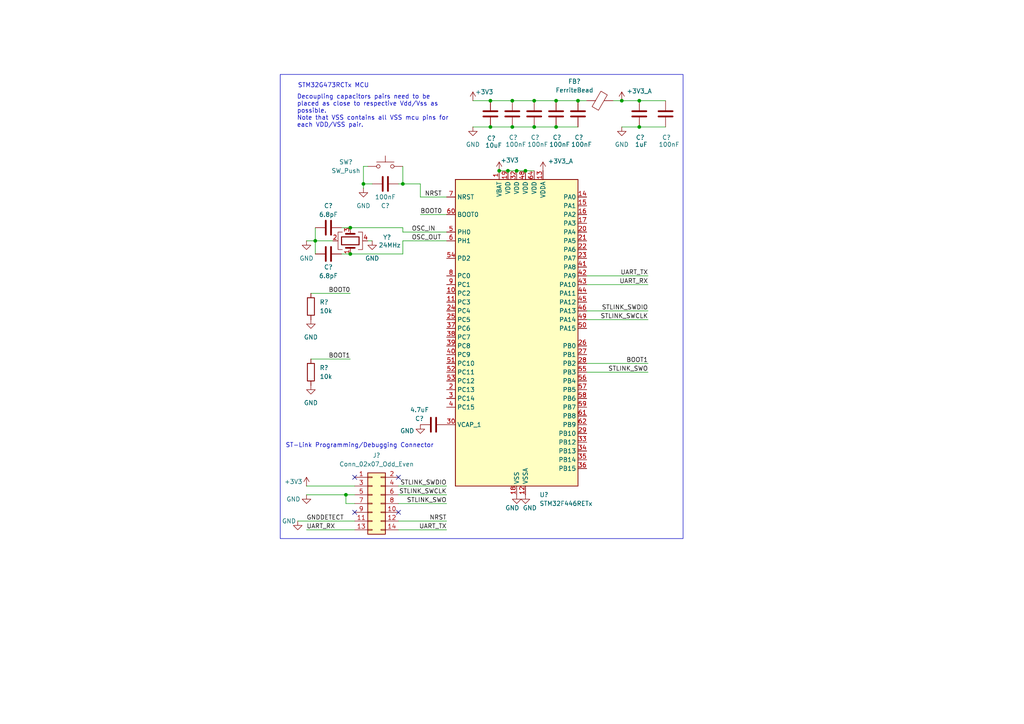
<source format=kicad_sch>
(kicad_sch (version 20250114) (generator "eeschema") (generator_version "9.0")
  (paper "A4")
  (lib_symbols
    (symbol "Connector_Generic:Conn_02x07_Odd_Even" (pin_names (offset 1.016) (hide yes))
      (property "Reference" "J" (at 1.27 10.16 0))
      (property "Value" "Conn_02x07_Odd_Even" (at 1.27 -10.16 0))
      (symbol "Conn_02x07_Odd_Even_1_1"
        (rectangle (start -1.27 8.89) (end 3.81 -8.89) (stroke (width 0.254)) (fill (type background)))
        (rectangle (start -1.27 7.747) (end 0 7.493) (stroke (width 0.1524)))
        (rectangle (start -1.27 5.207) (end 0 4.953) (stroke (width 0.1524)))
        (rectangle (start -1.27 2.667) (end 0 2.413) (stroke (width 0.1524)))
        (rectangle (start -1.27 0.127) (end 0 -0.127) (stroke (width 0.1524)))
        (rectangle (start -1.27 -2.413) (end 0 -2.667) (stroke (width 0.1524)))
        (rectangle (start -1.27 -4.953) (end 0 -5.207) (stroke (width 0.1524)))
        (rectangle (start -1.27 -7.493) (end 0 -7.747) (stroke (width 0.1524)))
        (rectangle (start 3.81 7.747) (end 2.54 7.493) (stroke (width 0.1524)))
        (rectangle (start 3.81 5.207) (end 2.54 4.953) (stroke (width 0.1524)))
        (rectangle (start 3.81 2.667) (end 2.54 2.413) (stroke (width 0.1524)))
        (rectangle (start 3.81 0.127) (end 2.54 -0.127) (stroke (width 0.1524)))
        (rectangle (start 3.81 -2.413) (end 2.54 -2.667) (stroke (width 0.1524)))
        (rectangle (start 3.81 -4.953) (end 2.54 -5.207) (stroke (width 0.1524)))
        (rectangle (start 3.81 -7.493) (end 2.54 -7.747) (stroke (width 0.1524)))
        (pin passive line (at -5.08 7.62 0) (length 3.81) (name "Pin_1") (number "1"))
        (pin passive line (at -5.08 5.08 0) (length 3.81) (name "Pin_3") (number "3"))
        (pin passive line (at -5.08 2.54 0) (length 3.81) (name "Pin_5") (number "5"))
        (pin passive line (at -5.08 0 0) (length 3.81) (name "Pin_7") (number "7"))
        (pin passive line (at -5.08 -2.54 0) (length 3.81) (name "Pin_9") (number "9"))
        (pin passive line (at -5.08 -5.08 0) (length 3.81) (name "Pin_11") (number "11"))
        (pin passive line (at -5.08 -7.62 0) (length 3.81) (name "Pin_13") (number "13"))
        (pin passive line (at 7.62 7.62 180) (length 3.81) (name "Pin_2") (number "2"))
        (pin passive line (at 7.62 5.08 180) (length 3.81) (name "Pin_4") (number "4"))
        (pin passive line (at 7.62 2.54 180) (length 3.81) (name "Pin_6") (number "6"))
        (pin passive line (at 7.62 0 180) (length 3.81) (name "Pin_8") (number "8"))
        (pin passive line (at 7.62 -2.54 180) (length 3.81) (name "Pin_10") (number "10"))
        (pin passive line (at 7.62 -5.08 180) (length 3.81) (name "Pin_12") (number "12"))
        (pin passive line (at 7.62 -7.62 180) (length 3.81) (name "Pin_14") (number "14"))
      )
    )
    (symbol "Device:C" (pin_numbers (hide yes)) (pin_names (offset 0.254))
      (property "Reference" "C" (at 0.635 2.54 0))
      (property "Value" "C" (at 0.635 -2.54 0))
      (symbol "C_0_1"
        (polyline (pts (xy -2.032 0.762) (xy 2.032 0.762)) (stroke (width 0.508)))
        (polyline (pts (xy -2.032 -0.762) (xy 2.032 -0.762)) (stroke (width 0.508)))
      )
      (symbol "C_1_1"
        (pin passive line (at 0 3.81 270) (length 2.794) (name "~") (number "1"))
        (pin passive line (at 0 -3.81 90) (length 2.794) (name "~") (number "2"))
      )
    )
    (symbol "Device:Crystal_GND24" (pin_names (offset 1.016) (hide yes))
      (property "Reference" "Y" (at 3.175 5.08 0))
      (property "Value" "Crystal_GND24" (at 3.175 3.175 0))
      (symbol "Crystal_GND24_0_1"
        (polyline (pts (xy -2.54 2.286) (xy -2.54 3.556) (xy 2.54 3.556) (xy 2.54 2.286)))
        (polyline (pts (xy -2.54 0) (xy -2.032 0)))
        (polyline (pts (xy -2.54 -2.286) (xy -2.54 -3.556) (xy 2.54 -3.556) (xy 2.54 -2.286)))
        (polyline (pts (xy -2.032 -1.27) (xy -2.032 1.27)) (stroke (width 0.508)))
        (rectangle (start -1.143 2.54) (end 1.143 -2.54) (stroke (width 0.3048)))
        (polyline (pts (xy 0 3.556) (xy 0 3.81)))
        (polyline (pts (xy 0 -3.81) (xy 0 -3.556)))
        (polyline (pts (xy 2.032 0) (xy 2.54 0)))
        (polyline (pts (xy 2.032 -1.27) (xy 2.032 1.27)) (stroke (width 0.508)))
      )
      (symbol "Crystal_GND24_1_1"
        (pin passive line (at -3.81 0 0) (length 1.27) (name "1") (number "1"))
        (pin passive line (at 0 5.08 270) (length 1.27) (name "2") (number "2"))
        (pin passive line (at 0 -5.08 90) (length 1.27) (name "4") (number "4"))
        (pin passive line (at 3.81 0 180) (length 1.27) (name "3") (number "3"))
      )
    )
    (symbol "Device:FerriteBead" (pin_numbers (hide yes)) (pin_names (offset 0))
      (property "Reference" "FB" (at -3.81 0.635 90))
      (property "Value" "FerriteBead" (at 3.81 0 90))
      (symbol "FerriteBead_0_1"
        (polyline (pts (xy -2.7686 0.4064) (xy -1.7018 2.2606) (xy 2.7686 -0.3048) (xy 1.6764 -2.159) (xy -2.7686 0.4064)))
        (polyline (pts (xy 0 1.27) (xy 0 1.2954)))
        (polyline (pts (xy 0 -1.27) (xy 0 -1.2192)))
      )
      (symbol "FerriteBead_1_1"
        (pin passive line (at 0 3.81 270) (length 2.54) (name "~") (number "1"))
        (pin passive line (at 0 -3.81 90) (length 2.54) (name "~") (number "2"))
      )
    )
    (symbol "Device:R" (pin_numbers (hide yes)) (pin_names (offset 0))
      (property "Reference" "R" (at 2.032 0 90))
      (property "Value" "R" (at 0 0 90))
      (symbol "R_0_1"
        (rectangle (start -1.016 -2.54) (end 1.016 2.54) (stroke (width 0.254)))
      )
      (symbol "R_1_1"
        (pin passive line (at 0 3.81 270) (length 1.27) (name "~") (number "1"))
        (pin passive line (at 0 -3.81 90) (length 1.27) (name "~") (number "2"))
      )
    )
    (symbol "MCU_ST_STM32F4:STM32F446RETx"
      (property "Reference" "U" (at -17.78 46.99 0))
      (property "Value" "STM32F446RETx" (at 10.16 46.99 0))
      (symbol "STM32F446RETx_0_1"
        (rectangle (start -17.78 -43.18) (end 17.78 45.72) (stroke (width 0.254)) (fill (type background)))
      )
      (symbol "STM32F446RETx_1_1"
        (pin input line (at -20.32 40.64 0) (length 2.54) (name "NRST") (number "7"))
        (pin input line (at -20.32 35.56 0) (length 2.54) (name "BOOT0") (number "60"))
        (pin bidirectional line (at -20.32 30.48 0) (length 2.54) (name "PH0") (number "5"))
        (pin bidirectional line (at -20.32 27.94 0) (length 2.54) (name "PH1") (number "6"))
        (pin bidirectional line (at -20.32 22.86 0) (length 2.54) (name "PD2") (number "54"))
        (pin bidirectional line (at -20.32 17.78 0) (length 2.54) (name "PC0") (number "8"))
        (pin bidirectional line (at -20.32 15.24 0) (length 2.54) (name "PC1") (number "9"))
        (pin bidirectional line (at -20.32 12.7 0) (length 2.54) (name "PC2") (number "10"))
        (pin bidirectional line (at -20.32 10.16 0) (length 2.54) (name "PC3") (number "11"))
        (pin bidirectional line (at -20.32 7.62 0) (length 2.54) (name "PC4") (number "24"))
        (pin bidirectional line (at -20.32 5.08 0) (length 2.54) (name "PC5") (number "25"))
        (pin bidirectional line (at -20.32 2.54 0) (length 2.54) (name "PC6") (number "37"))
        (pin bidirectional line (at -20.32 0 0) (length 2.54) (name "PC7") (number "38"))
        (pin bidirectional line (at -20.32 -2.54 0) (length 2.54) (name "PC8") (number "39"))
        (pin bidirectional line (at -20.32 -5.08 0) (length 2.54) (name "PC9") (number "40"))
        (pin bidirectional line (at -20.32 -7.62 0) (length 2.54) (name "PC10") (number "51"))
        (pin bidirectional line (at -20.32 -10.16 0) (length 2.54) (name "PC11") (number "52"))
        (pin bidirectional line (at -20.32 -12.7 0) (length 2.54) (name "PC12") (number "53"))
        (pin bidirectional line (at -20.32 -15.24 0) (length 2.54) (name "PC13") (number "2"))
        (pin bidirectional line (at -20.32 -17.78 0) (length 2.54) (name "PC14") (number "3"))
        (pin bidirectional line (at -20.32 -20.32 0) (length 2.54) (name "PC15") (number "4"))
        (pin power_out line (at -20.32 -25.4 0) (length 2.54) (name "VCAP_1") (number "30"))
        (pin power_in line (at -5.08 48.26 270) (length 2.54) (name "VBAT") (number "1"))
        (pin power_in line (at -2.54 48.26 270) (length 2.54) (name "VDD") (number "19"))
        (pin power_in line (at 0 48.26 270) (length 2.54) (name "VDD") (number "32"))
        (pin power_in line (at 0 -45.72 90) (length 2.54) (name "VSS") (number "18"))
        (pin passive line (at 0 -45.72 90) (length 2.54) (hide yes) (name "VSS") (number "31"))
        (pin passive line (at 0 -45.72 90) (length 2.54) (hide yes) (name "VSS") (number "47"))
        (pin passive line (at 0 -45.72 90) (length 2.54) (hide yes) (name "VSS") (number "63"))
        (pin power_in line (at 2.54 48.26 270) (length 2.54) (name "VDD") (number "48"))
        (pin power_in line (at 2.54 -45.72 90) (length 2.54) (name "VSSA") (number "12"))
        (pin power_in line (at 5.08 48.26 270) (length 2.54) (name "VDD") (number "64"))
        (pin power_in line (at 7.62 48.26 270) (length 2.54) (name "VDDA") (number "13"))
        (pin bidirectional line (at 20.32 40.64 180) (length 2.54) (name "PA0") (number "14"))
        (pin bidirectional line (at 20.32 38.1 180) (length 2.54) (name "PA1") (number "15"))
        (pin bidirectional line (at 20.32 35.56 180) (length 2.54) (name "PA2") (number "16"))
        (pin bidirectional line (at 20.32 33.02 180) (length 2.54) (name "PA3") (number "17"))
        (pin bidirectional line (at 20.32 30.48 180) (length 2.54) (name "PA4") (number "20"))
        (pin bidirectional line (at 20.32 27.94 180) (length 2.54) (name "PA5") (number "21"))
        (pin bidirectional line (at 20.32 25.4 180) (length 2.54) (name "PA6") (number "22"))
        (pin bidirectional line (at 20.32 22.86 180) (length 2.54) (name "PA7") (number "23"))
        (pin bidirectional line (at 20.32 20.32 180) (length 2.54) (name "PA8") (number "41"))
        (pin bidirectional line (at 20.32 17.78 180) (length 2.54) (name "PA9") (number "42"))
        (pin bidirectional line (at 20.32 15.24 180) (length 2.54) (name "PA10") (number "43"))
        (pin bidirectional line (at 20.32 12.7 180) (length 2.54) (name "PA11") (number "44"))
        (pin bidirectional line (at 20.32 10.16 180) (length 2.54) (name "PA12") (number "45"))
        (pin bidirectional line (at 20.32 7.62 180) (length 2.54) (name "PA13") (number "46"))
        (pin bidirectional line (at 20.32 5.08 180) (length 2.54) (name "PA14") (number "49"))
        (pin bidirectional line (at 20.32 2.54 180) (length 2.54) (name "PA15") (number "50"))
        (pin bidirectional line (at 20.32 -2.54 180) (length 2.54) (name "PB0") (number "26"))
        (pin bidirectional line (at 20.32 -5.08 180) (length 2.54) (name "PB1") (number "27"))
        (pin bidirectional line (at 20.32 -7.62 180) (length 2.54) (name "PB2") (number "28"))
        (pin bidirectional line (at 20.32 -10.16 180) (length 2.54) (name "PB3") (number "55"))
        (pin bidirectional line (at 20.32 -12.7 180) (length 2.54) (name "PB4") (number "56"))
        (pin bidirectional line (at 20.32 -15.24 180) (length 2.54) (name "PB5") (number "57"))
        (pin bidirectional line (at 20.32 -17.78 180) (length 2.54) (name "PB6") (number "58"))
        (pin bidirectional line (at 20.32 -20.32 180) (length 2.54) (name "PB7") (number "59"))
        (pin bidirectional line (at 20.32 -22.86 180) (length 2.54) (name "PB8") (number "61"))
        (pin bidirectional line (at 20.32 -25.4 180) (length 2.54) (name "PB9") (number "62"))
        (pin bidirectional line (at 20.32 -27.94 180) (length 2.54) (name "PB10") (number "29"))
        (pin bidirectional line (at 20.32 -30.48 180) (length 2.54) (name "PB12") (number "33"))
        (pin bidirectional line (at 20.32 -33.02 180) (length 2.54) (name "PB13") (number "34"))
        (pin bidirectional line (at 20.32 -35.56 180) (length 2.54) (name "PB14") (number "35"))
        (pin bidirectional line (at 20.32 -38.1 180) (length 2.54) (name "PB15") (number "36"))
      )
    )
    (symbol "Switch:SW_Push" (pin_numbers (hide yes)) (pin_names (offset 1.016) (hide yes))
      (property "Reference" "SW" (at 1.27 2.54 0))
      (property "Value" "SW_Push" (at 0 -1.524 0))
      (symbol "SW_Push_0_1"
        (circle (center -2.032 0) (radius 0.508))
        (polyline (pts (xy 0 1.27) (xy 0 3.048)))
        (circle (center 2.032 0) (radius 0.508))
        (polyline (pts (xy 2.54 1.27) (xy -2.54 1.27)))
        (pin passive line (at -5.08 0 0) (length 2.54) (name "1") (number "1"))
        (pin passive line (at 5.08 0 180) (length 2.54) (name "2") (number "2"))
      )
    )
    (symbol "power:+3V3" (power) (pin_numbers (hide yes)) (pin_names (offset 0) (hide yes))
      (property "Value" "+3V3" (at 0 3.556 0))
      (symbol "+3V3_0_1"
        (polyline (pts (xy -0.762 1.27) (xy 0 2.54)))
        (polyline (pts (xy 0 2.54) (xy 0.762 1.27)))
        (polyline (pts (xy 0 0) (xy 0 2.54)))
      )
      (symbol "+3V3_1_1"
        (pin power_in line (at 0 0 90) (length 0) (name "~") (number "1"))
      )
    )
    (symbol "power:GND" (power) (pin_numbers (hide yes)) (pin_names (offset 0) (hide yes))
      (property "Value" "GND" (at 0 -3.81 0))
      (symbol "GND_0_1"
        (polyline (pts (xy 0 0) (xy 0 -1.27) (xy 1.27 -1.27) (xy 0 -2.54) (xy -1.27 -1.27) (xy 0 -1.27)))
      )
      (symbol "GND_1_1"
        (pin power_in line (at 0 0 270) (length 0) (name "~") (number "1"))
      )
    )
  )
  (rectangle (start 81.28 21.59) (end 198.12 156.21))
  (text "STM32G473RCTx MCU" (at 86.36 24.13 0) (effects (font (size 1.27 1.27)) (justify left top)))
  (text "Decoupling capacitors pairs need to be\nplaced as close to respective Vdd/Vss as\npossible. \nNote that VSS contains all VSS mcu pins for\neach VDD/VSS pair." (at 86.106 32.258 0) (effects (font (size 1.27 1.27)) (justify left)))
  (text "ST-Link Programming/Debugging Connector\n" (at 82.804 128.524 0) (effects (font (size 1.27 1.27)) (justify left top)))
  (junction (at 180.34 29.21))
  (junction (at 161.29 29.21))
  (junction (at 148.59 29.21))
  (junction (at 152.4 49.53))
  (junction (at 148.59 36.83))
  (junction (at 142.24 36.83))
  (junction (at 149.86 49.53))
  (junction (at 101.6 66.04))
  (junction (at 101.6 73.66))
  (junction (at 154.94 36.83))
  (junction (at 144.78 49.53))
  (junction (at 161.29 36.83))
  (junction (at 154.94 29.21))
  (junction (at 142.24 29.21))
  (junction (at 91.44 69.85))
  (junction (at 116.84 53.34))
  (junction (at 185.42 29.21))
  (junction (at 105.41 53.34))
  (junction (at 185.42 36.83))
  (junction (at 100.33 143.51))
  (junction (at 167.64 29.21))
  (junction (at 147.32 49.53))
  (no_connect (at 115.57 138.43))
  (no_connect (at 115.57 148.59))
  (no_connect (at 102.87 138.43))
  (no_connect (at 102.87 148.59))
  (wire (pts (xy 137.16 29.21) (xy 142.24 29.21)))
  (wire (pts (xy 170.18 29.21) (xy 167.64 29.21)))
  (wire (pts (xy 90.17 85.09) (xy 101.6 85.09)))
  (wire (pts (xy 116.84 48.26) (xy 116.84 53.34)))
  (wire (pts (xy 147.32 49.53) (xy 149.86 49.53)))
  (wire (pts (xy 99.06 73.66) (xy 101.6 73.66)))
  (wire (pts (xy 129.54 143.51) (xy 115.57 143.51)))
  (wire (pts (xy 116.84 69.85) (xy 129.54 69.85)))
  (wire (pts (xy 142.24 36.83) (xy 148.59 36.83)))
  (wire (pts (xy 115.57 53.34) (xy 116.84 53.34)))
  (wire (pts (xy 177.8 29.21) (xy 180.34 29.21)))
  (wire (pts (xy 185.42 29.21) (xy 193.04 29.21)))
  (wire (pts (xy 170.18 90.17) (xy 187.96 90.17)))
  (wire (pts (xy 115.57 140.97) (xy 129.54 140.97)))
  (wire (pts (xy 101.6 66.04) (xy 116.84 66.04)))
  (wire (pts (xy 144.78 49.53) (xy 147.32 49.53)))
  (wire (pts (xy 170.18 80.01) (xy 187.96 80.01)))
  (wire (pts (xy 106.68 69.85) (xy 107.95 69.85)))
  (wire (pts (xy 121.92 62.23) (xy 129.54 62.23)))
  (wire (pts (xy 170.18 105.41) (xy 187.96 105.41)))
  (wire (pts (xy 91.44 69.85) (xy 96.52 69.85)))
  (wire (pts (xy 137.16 36.83) (xy 142.24 36.83)))
  (wire (pts (xy 121.92 57.15) (xy 121.92 53.34)))
  (wire (pts (xy 142.24 29.21) (xy 148.59 29.21)))
  (wire (pts (xy 105.41 54.61) (xy 105.41 53.34)))
  (wire (pts (xy 105.41 48.26) (xy 105.41 53.34)))
  (wire (pts (xy 154.94 36.83) (xy 161.29 36.83)))
  (wire (pts (xy 170.18 107.95) (xy 187.96 107.95)))
  (wire (pts (xy 102.87 153.67) (xy 88.9 153.67)))
  (wire (pts (xy 105.41 53.34) (xy 107.95 53.34)))
  (wire (pts (xy 161.29 36.83) (xy 167.64 36.83)))
  (wire (pts (xy 115.57 146.05) (xy 129.54 146.05)))
  (wire (pts (xy 121.92 57.15) (xy 129.54 57.15)))
  (wire (pts (xy 116.84 66.04) (xy 116.84 67.31)))
  (wire (pts (xy 99.06 66.04) (xy 101.6 66.04)))
  (wire (pts (xy 170.18 92.71) (xy 187.96 92.71)))
  (wire (pts (xy 180.34 29.21) (xy 185.42 29.21)))
  (wire (pts (xy 148.59 36.83) (xy 154.94 36.83)))
  (wire (pts (xy 115.57 153.67) (xy 129.54 153.67)))
  (wire (pts (xy 185.42 36.83) (xy 193.04 36.83)))
  (wire (pts (xy 100.33 143.51) (xy 102.87 143.51)))
  (wire (pts (xy 101.6 73.66) (xy 116.84 73.66)))
  (wire (pts (xy 154.94 29.21) (xy 161.29 29.21)))
  (wire (pts (xy 86.36 151.13) (xy 102.87 151.13)))
  (wire (pts (xy 115.57 151.13) (xy 129.54 151.13)))
  (wire (pts (xy 88.9 69.85) (xy 91.44 69.85)))
  (wire (pts (xy 148.59 29.21) (xy 154.94 29.21)))
  (wire (pts (xy 105.41 48.26) (xy 106.68 48.26)))
  (wire (pts (xy 91.44 66.04) (xy 91.44 69.85)))
  (wire (pts (xy 88.9 140.97) (xy 102.87 140.97)))
  (wire (pts (xy 91.44 69.85) (xy 91.44 73.66)))
  (wire (pts (xy 100.33 146.05) (xy 100.33 143.51)))
  (wire (pts (xy 116.84 67.31) (xy 129.54 67.31)))
  (wire (pts (xy 116.84 73.66) (xy 116.84 69.85)))
  (wire (pts (xy 88.9 143.51) (xy 100.33 143.51)))
  (wire (pts (xy 121.92 53.34) (xy 116.84 53.34)))
  (wire (pts (xy 102.87 146.05) (xy 100.33 146.05)))
  (wire (pts (xy 152.4 49.53) (xy 154.94 49.53)))
  (wire (pts (xy 170.18 82.55) (xy 187.96 82.55)))
  (wire (pts (xy 180.34 36.83) (xy 185.42 36.83)))
  (wire (pts (xy 90.17 104.14) (xy 101.6 104.14)))
  (wire (pts (xy 161.29 29.21) (xy 167.64 29.21)))
  (wire (pts (xy 149.86 49.53) (xy 152.4 49.53)))
  (label "OSC_IN" (at 119.38 67.31 0))
  (label "BOOT1" (at 101.6 104.14 180))
  (label "NRST" (at 129.54 151.13 180))
  (label "BOOT0" (at 121.92 62.23 0))
  (label "UART_TX" (at 187.96 80.01 180))
  (label "BOOT0" (at 101.6 85.09 180))
  (label "STLINK_SWDIO" (at 129.54 140.97 180))
  (label "UART_RX" (at 88.9 153.67 0))
  (label "NRST" (at 123.19 57.15 0))
  (label "BOOT1" (at 187.96 105.41 180))
  (label "OSC_OUT" (at 119.38 69.85 0))
  (label "GNDDETECT" (at 88.9 151.13 0))
  (label "STLINK_SWO" (at 129.54 146.05 180))
  (label "UART_RX" (at 187.96 82.55 180))
  (label "STLINK_SWDIO" (at 187.96 90.17 180))
  (label "STLINK_SWO" (at 187.96 107.95 180))
  (label "STLINK_SWCLK" (at 129.54 143.51 180))
  (label "UART_TX" (at 129.54 153.67 180))
  (label "STLINK_SWCLK" (at 187.96 92.71 180))
  (symbol (lib_id "power:GND") (at 105.41 54.61 0) (unit 1)
    (property "Reference" "#PWR?" (effects (hide yes)))
    (property "Value" "GND" (at 105.41 59.69 0))
    (property "Description" "Power symbol creates a global label with name \"GND\" , ground" (effects (hide yes)))
  )
  (symbol (lib_id "Device:C") (at 142.24 33.02 0) (mirror x) (unit 1)
    (property "Reference" "C?" (at 141.224 40.132 0) (effects (justify left)))
    (property "Value" "10uF" (at 140.716 42.164 0) (effects (justify left)))
    (property "Footprint" "Capacitor_SMD:C_0805_2012Metric_Pad1.18x1.45mm_HandSolder" (effects (hide yes)))
    (property "Datasheet" "https://mm.digikey.com/Volume0/opasdata/d220001/medias/docus/658/CL21A106KOQNNNG_Spec.pdf" (effects (hide yes)))
    (property "Description" "Unpolarized capacitor" (effects (hide yes)))
    (property "Digi PN" "1276-6455-1-ND" (effects (hide yes)))
    (property "MFG" "Samsung Electro-Mechanics" (effects (hide yes)))
    (property "MFG PN" "CL21A106KOQNNNG" (effects (hide yes)))
  )
  (symbol (lib_id "power:GND") (at 137.16 36.83 0) (unit 1)
    (property "Reference" "#PWR?" (effects (hide yes)))
    (property "Value" "GND" (at 137.16 41.91 0))
    (property "Description" "Power symbol creates a global label with name \"GND\" , ground" (effects (hide yes)))
  )
  (symbol (lib_id "Device:Crystal_GND24") (at 101.6 69.85 90) (unit 1)
    (property "Reference" "Y?" (at 112.268 68.834 90))
    (property "Value" "24MHz" (at 113.03 71.12 90))
    (property "Footprint" "Crystal:Crystal_SMD_2016-4Pin_2.0x1.6mm" (effects (hide yes)))
    (property "Datasheet" "https://ecsxtal.com/store/pdf/ECX-1637B.pdf" (effects (hide yes)))
    (property "Description" "Four pin crystal, GND on pins 2 and 4" (effects (hide yes)))
    (property "Digi PN" "XC3063CT-ND" (effects (hide yes)))
    (property "MFG" "ECS" (effects (hide yes)))
    (property "MFG PN" "ECS-240-8-37B-CKY-TR" (effects (hide yes)))
  )
  (symbol (lib_id "Device:C") (at 167.64 33.02 0) (unit 1)
    (property "Reference" "C?" (at 166.624 39.878 0) (effects (justify left)))
    (property "Value" "100nF" (at 165.608 41.91 0) (effects (justify left)))
    (property "Footprint" "Capacitor_SMD:C_0805_2012Metric_Pad1.18x1.45mm_HandSolder" (effects (hide yes)))
    (property "Datasheet" "https://www.yageo.com/upload/media/product/productsearch/datasheet/mlcc/UPY-GPHC_X7R_6.3V-to-250V_24.pdf" (effects (hide yes)))
    (property "Description" "Unpolarized capacitor" (effects (hide yes)))
    (property "Digi PN" "311-1140-1-ND" (effects (hide yes)))
    (property "MFG" "Yageo" (effects (hide yes)))
    (property "MFG PN" "CC0805KRX7R9BB104" (effects (hide yes)))
  )
  (symbol (lib_id "power:+3V3") (at 88.9 140.97 0) (unit 1)
    (property "Reference" "#PWR?" (effects (hide yes)))
    (property "Value" "+3V3" (at 85.09 139.7 0))
    (property "Description" "Power symbol creates a global label with name \"+3V3\"" (effects (hide yes)))
  )
  (symbol (lib_id "MCU_ST_STM32F4:STM32F446RETx") (at 149.86 97.79 0) (unit 1)
    (property "Reference" "U?" (at 156.464 143.51 0) (effects (justify left)))
    (property "Value" "STM32F446RETx" (at 156.464 146.05 0) (effects (justify left)))
    (property "Footprint" "Package_QFP:LQFP-64_10x10mm_P0.5mm" (effects (hide yes)))
    (property "Datasheet" "https://www.st.com/resource/en/datasheet/stm32f446re.pdf" (effects (hide yes)))
    (property "Description" "STMicroelectronics Arm Cortex-M4 MCU, 512KB flash, 128KB RAM, 180 MHz, 1.8-3.6V, 50 GPIO, LQFP64" (effects (hide yes)))
    (property "Digi PN" "497-15376-ND" (effects (hide yes)))
    (property "MFG" "STM" (effects (hide yes)))
    (property "MFG PN" "STM32F446RET6" (effects (hide yes)))
  )
  (symbol (lib_id "power:GND") (at 121.92 123.19 0) (unit 1)
    (property "Reference" "#PWR?" (effects (hide yes)))
    (property "Value" "GND" (at 118.11 124.968 0))
    (property "Description" "Power symbol creates a global label with name \"GND\" , ground" (effects (hide yes)))
  )
  (symbol (lib_id "power:GND") (at 88.9 143.51 0) (unit 1)
    (property "Reference" "#PWR?" (effects (hide yes)))
    (property "Value" "GND" (at 85.09 144.78 0))
    (property "Description" "Power symbol creates a global label with name \"GND\" , ground" (effects (hide yes)))
  )
  (symbol (lib_id "power:+3V3") (at 180.34 29.21 0) (unit 1)
    (property "Reference" "#PWR?" (effects (hide yes)))
    (property "Value" "+3V3_A" (at 185.42 26.416 0))
    (property "Description" "Power symbol creates a global label with name \"+3V3_A\"" (effects (hide yes)))
  )
  (symbol (lib_id "Device:C") (at 125.73 123.19 90) (mirror x) (unit 1)
    (property "Reference" "C?" (at 121.666 121.412 90))
    (property "Value" "4.7uF" (at 121.666 118.872 90))
    (property "Footprint" "Capacitor_SMD:C_0805_2012Metric_Pad1.18x1.45mm_HandSolder" (effects (hide yes)))
    (property "Datasheet" "https://mm.digikey.com/Volume0/opasdata/d220001/medias/docus/5727/CL21A475KBQNNNE.pdf" (effects (hide yes)))
    (property "Description" "Unpolarized capacitor" (effects (hide yes)))
    (property "Digi PN" "1276-1248-1-ND" (effects (hide yes)))
    (property "MFG" "Samsung Electro-Mechanics" (effects (hide yes)))
    (property "MFG PN" "CL21A475KBQNNNE" (effects (hide yes)))
  )
  (symbol (lib_id "power:+3V3") (at 137.16 29.21 0) (unit 1)
    (property "Reference" "#PWR?" (effects (hide yes)))
    (property "Value" "+3V3" (at 140.462 26.67 0))
    (property "Description" "Power symbol creates a global label with name \"+3V3\"" (effects (hide yes)))
  )
  (symbol (lib_id "Connector_Generic:Conn_02x07_Odd_Even") (at 107.95 146.05 0) (unit 1)
    (property "Reference" "J?" (at 109.22 132.08 0))
    (property "Value" "Conn_02x07_Odd_Even" (at 109.22 134.62 0))
    (property "Footprint" "Connector_PinHeader_1.27mm:PinHeader_2x07_P1.27mm_Vertical_SMD" (effects (hide yes)))
    (property "Datasheet" "https://mm.digikey.com/Volume0/opasdata/d220001/medias/docus/6209/ftsh-1xx-xx-xxx-dv-xxx-xxx-x-xx-mkt.pdf" (effects (hide yes)))
    (property "Description" "Generic connector, double row, 02x07, odd/even pin numbering scheme (row 1 odd numbers, row 2 even numbers), script generated (kicad-library-utils/schlib/autogen/connector/)" (effects (hide yes)))
    (property "MFG PN" "FTSH-107-01-F-DV-K-P-TR" (effects (hide yes)))
    (property "Digi PN" "SAM13170CT-ND" (effects (hide yes)))
  )
  (symbol (lib_id "Device:C") (at 161.29 33.02 0) (unit 1)
    (property "Reference" "C?" (at 160.274 39.878 0) (effects (justify left)))
    (property "Value" "100nF" (at 159.258 41.91 0) (effects (justify left)))
    (property "Footprint" "Capacitor_SMD:C_0805_2012Metric_Pad1.18x1.45mm_HandSolder" (effects (hide yes)))
    (property "Datasheet" "https://www.yageo.com/upload/media/product/productsearch/datasheet/mlcc/UPY-GPHC_X7R_6.3V-to-250V_24.pdf" (effects (hide yes)))
    (property "Description" "Unpolarized capacitor" (effects (hide yes)))
    (property "Digi PN" "311-1140-1-ND" (effects (hide yes)))
    (property "MFG" "Yageo" (effects (hide yes)))
    (property "MFG PN" "CC0805KRX7R9BB104" (effects (hide yes)))
  )
  (symbol (lib_id "Device:C") (at 154.94 33.02 0) (unit 1)
    (property "Reference" "C?" (at 153.924 39.878 0) (effects (justify left)))
    (property "Value" "100nF" (at 152.908 41.91 0) (effects (justify left)))
    (property "Footprint" "Capacitor_SMD:C_0805_2012Metric_Pad1.18x1.45mm_HandSolder" (effects (hide yes)))
    (property "Datasheet" "https://www.yageo.com/upload/media/product/productsearch/datasheet/mlcc/UPY-GPHC_X7R_6.3V-to-250V_24.pdf" (effects (hide yes)))
    (property "Description" "Unpolarized capacitor" (effects (hide yes)))
    (property "Digi PN" "311-1140-1-ND" (effects (hide yes)))
    (property "MFG" "Yageo" (effects (hide yes)))
    (property "MFG PN" "CC0805KRX7R9BB104" (effects (hide yes)))
  )
  (symbol (lib_id "Device:C") (at 185.42 33.02 0) (unit 1)
    (property "Reference" "C?" (at 184.404 39.878 0) (effects (justify left)))
    (property "Value" "1uF" (at 184.15 41.91 0) (effects (justify left)))
    (property "Footprint" "Capacitor_SMD:C_0805_2012Metric_Pad1.18x1.45mm_HandSolder" (effects (hide yes)))
    (property "Datasheet" "https://mm.digikey.com/Volume0/opasdata/d220001/medias/docus/609/CL21B105KBFNNNE_Spec.pdf" (effects (hide yes)))
    (property "Description" "Unpolarized capacitor" (effects (hide yes)))
    (property "Digi PN" "1276-1029-1-ND" (effects (hide yes)))
    (property "MFG" "Samsung Electro-Mechanics" (effects (hide yes)))
    (property "MFG PN" "CL21B105KBFNNNE" (effects (hide yes)))
  )
  (symbol (lib_id "Device:C") (at 193.04 33.02 0) (unit 1)
    (property "Reference" "C?" (at 192.024 39.878 0) (effects (justify left)))
    (property "Value" "100nF" (at 191.008 41.91 0) (effects (justify left)))
    (property "Footprint" "Capacitor_SMD:C_0805_2012Metric_Pad1.18x1.45mm_HandSolder" (effects (hide yes)))
    (property "Datasheet" "https://www.yageo.com/upload/media/product/productsearch/datasheet/mlcc/UPY-GPHC_X7R_6.3V-to-250V_24.pdf" (effects (hide yes)))
    (property "Description" "Unpolarized capacitor" (effects (hide yes)))
    (property "Digi PN" "311-1140-1-ND" (effects (hide yes)))
    (property "MFG" "Yageo" (effects (hide yes)))
    (property "MFG PN" "CC0805KRX7R9BB104" (effects (hide yes)))
  )
  (symbol (lib_id "power:GND") (at 152.4 143.51 0) (unit 1)
    (property "Reference" "#PWR?" (effects (hide yes)))
    (property "Value" "GND" (at 153.67 147.32 0))
    (property "Description" "Power symbol creates a global label with name \"GND\" , ground" (effects (hide yes)))
  )
  (symbol (lib_id "power:GND") (at 149.86 143.51 0) (unit 1)
    (property "Reference" "#PWR?" (effects (hide yes)))
    (property "Value" "GND" (at 148.59 147.32 0))
    (property "Description" "Power symbol creates a global label with name \"GND\" , ground" (effects (hide yes)))
  )
  (symbol (lib_id "Device:C") (at 95.25 73.66 270) (unit 1)
    (property "Reference" "C?" (at 95.25 77.47 90))
    (property "Value" "6.8pF" (at 95.25 80.01 90))
    (property "Footprint" "Capacitor_SMD:C_0805_2012Metric_Pad1.18x1.45mm_HandSolder" (effects (hide yes)))
    (property "Datasheet" "https://www.yageo.com/en/Chart/Download/pdf/CC0805DRNPO9BN6R8" (effects (hide yes)))
    (property "Description" "Unpolarized capacitor" (effects (hide yes)))
    (property "Digi PN" "311-4155-1-ND" (effects (hide yes)))
    (property "MFG" "Yageo" (effects (hide yes)))
    (property "MFG PN" "CC0805DRNPO9BN6R8" (effects (hide yes)))
  )
  (symbol (lib_id "Device:C") (at 111.76 53.34 90) (mirror x) (unit 1)
    (property "Reference" "C?" (at 111.76 59.69 90))
    (property "Value" "100nF" (at 111.76 57.15 90))
    (property "Footprint" "Capacitor_SMD:C_0805_2012Metric_Pad1.18x1.45mm_HandSolder" (effects (hide yes)))
    (property "Datasheet" "https://www.yageo.com/upload/media/product/productsearch/datasheet/mlcc/UPY-GPHC_X7R_6.3V-to-250V_24.pdf" (effects (hide yes)))
    (property "Description" "Unpolarized capacitor" (effects (hide yes)))
    (property "Digi PN" "311-1140-1-ND" (effects (hide yes)))
    (property "MFG" "Yageo" (effects (hide yes)))
    (property "MFG PN" "CC0805KRX7R9BB104" (effects (hide yes)))
  )
  (symbol (lib_id "Device:C") (at 95.25 66.04 270) (unit 1)
    (property "Reference" "C?" (at 95.25 59.69 90))
    (property "Value" "6.8pF" (at 95.25 62.23 90))
    (property "Footprint" "Capacitor_SMD:C_0805_2012Metric_Pad1.18x1.45mm_HandSolder" (effects (hide yes)))
    (property "Datasheet" "https://www.yageo.com/en/Chart/Download/pdf/CC0805DRNPO9BN6R8" (effects (hide yes)))
    (property "Description" "Unpolarized capacitor" (effects (hide yes)))
    (property "Digi PN" "311-4155-1-ND" (effects (hide yes)))
    (property "MFG" "Yageo" (effects (hide yes)))
    (property "MFG PN" "CC0805DRNPO9BN6R8" (effects (hide yes)))
  )
  (symbol (lib_id "power:GND") (at 180.34 36.83 0) (unit 1)
    (property "Reference" "#PWR?" (effects (hide yes)))
    (property "Value" "GND" (at 180.34 41.91 0))
    (property "Description" "Power symbol creates a global label with name \"GND\" , ground" (effects (hide yes)))
  )
  (symbol (lib_id "power:GND") (at 88.9 69.85 0) (unit 1)
    (property "Reference" "#PWR?" (effects (hide yes)))
    (property "Value" "GND" (at 88.9 74.93 0))
    (property "Description" "Power symbol creates a global label with name \"GND\" , ground" (effects (hide yes)))
  )
  (symbol (lib_id "Device:FerriteBead") (at 173.99 29.21 90) (unit 1)
    (property "Reference" "FB?" (at 166.624 23.622 90))
    (property "Value" "FerriteBead" (at 166.624 26.162 90))
    (property "Footprint" "Inductor_SMD:L_0201_0603Metric_Pad0.64x0.40mm_HandSolder" (effects (hide yes)))
    (property "Datasheet" "https://mm.digikey.com/Volume0/opasdata/d220001/medias/docus/6383/FCM%20Series.pdf" (effects (hide yes)))
    (property "Description" "Ferrite bead" (effects (hide yes)))
    (property "Digi PN" "4816-FCM1608KF-601T03CT-ND" (effects (hide yes)))
    (property "MFG" "TAI-TECH Advanced Electronics Co., Ltd." (effects (hide yes)))
    (property "MFG PN" "FCM 1608KF-601T03" (effects (hide yes)))
  )
  (symbol (lib_id "power:+3V3") (at 157.48 49.53 0) (unit 1)
    (property "Reference" "#PWR?" (effects (hide yes)))
    (property "Value" "+3V3_A" (at 162.56 46.736 0))
    (property "Description" "Power symbol creates a global label with name \"+3V3_A\"" (effects (hide yes)))
  )
  (symbol (lib_id "power:+3V3") (at 144.78 49.53 0) (unit 1)
    (property "Reference" "#PWR?" (effects (hide yes)))
    (property "Value" "+3V3" (at 147.828 46.482 0))
    (property "Description" "Power symbol creates a global label with name \"+3V3\"" (effects (hide yes)))
  )
  (symbol (lib_id "Device:C") (at 148.59 33.02 0) (unit 1)
    (property "Reference" "C?" (at 147.574 39.878 0) (effects (justify left)))
    (property "Value" "100nF" (at 146.558 41.91 0) (effects (justify left)))
    (property "Footprint" "Capacitor_SMD:C_0805_2012Metric_Pad1.18x1.45mm_HandSolder" (effects (hide yes)))
    (property "Datasheet" "https://www.yageo.com/upload/media/product/productsearch/datasheet/mlcc/UPY-GPHC_X7R_6.3V-to-250V_24.pdf" (effects (hide yes)))
    (property "Description" "Unpolarized capacitor" (effects (hide yes)))
    (property "Digi PN" "311-1140-1-ND" (effects (hide yes)))
    (property "MFG" "Yageo" (effects (hide yes)))
    (property "MFG PN" "CC0805KRX7R9BB104" (effects (hide yes)))
  )
  (symbol (lib_id "power:GND") (at 107.95 69.85 0) (unit 1)
    (property "Reference" "#PWR?" (effects (hide yes)))
    (property "Value" "GND" (at 107.95 74.93 0))
    (property "Description" "Power symbol creates a global label with name \"GND\" , ground" (effects (hide yes)))
  )
  (symbol (lib_id "Switch:SW_Push") (at 111.76 48.26 0) (unit 1)
    (property "Reference" "SW?" (at 100.33 46.99 0))
    (property "Value" "SW_Push" (at 100.33 49.53 0))
    (property "Footprint" "Button_Switch_SMD:SW_SPST_PTS647_Sx38" (effects (hide yes)))
    (property "Datasheet" "https://www.ckswitches.com/media/2567/pts647.pdf" (effects (hide yes)))
    (property "Description" "Push button switch, generic, two pins" (effects (hide yes)))
    (property "Digi PN" "PTS647SK38SMTR2LFSCT-ND" (effects (hide yes)))
    (property "MFG" "C&K" (effects (hide yes)))
    (property "MFG PN" "PTS647SK38SMTR2 LFS" (effects (hide yes)))
  )
  (symbol (lib_id "Device:R") (at 90.17 107.95 0) (unit 1)
    (property "Reference" "R?" (at 92.71 106.6799 0) (effects (justify left)))
    (property "Value" "10k" (at 92.71 109.2199 0) (effects (justify left)))
    (property "Footprint" "Resistor_SMD:R_0805_2012Metric_Pad1.20x1.40mm_HandSolder" (effects (hide yes)))
    (property "Datasheet" "https://www.yageo.com/upload/media/product/productsearch/datasheet/rchip/PYu-AC_51_RoHS_L_11.pdf" (effects (hide yes)))
    (property "Description" "Resistor" (effects (hide yes)))
    (property "Digi PN" "311-10KLGCT-ND" (effects (hide yes)))
    (property "MFG" "Yageo" (effects (hide yes)))
    (property "MFG PN" "AC0805FR-0710KL" (effects (hide yes)))
  )
  (symbol (lib_id "power:GND") (at 90.17 92.71 0) (mirror y) (unit 1)
    (property "Reference" "#PWR?" (effects (hide yes)))
    (property "Value" "GND" (at 90.17 97.79 0))
    (property "Description" "Power symbol creates a global label with name \"GND\" , ground" (effects (hide yes)))
  )
  (symbol (lib_id "power:GND") (at 90.17 111.76 0) (mirror y) (unit 1)
    (property "Reference" "#PWR?" (effects (hide yes)))
    (property "Value" "GND" (at 90.17 116.84 0))
    (property "Description" "Power symbol creates a global label with name \"GND\" , ground" (effects (hide yes)))
  )
  (symbol (lib_id "power:GND") (at 86.36 151.13 0) (unit 1)
    (property "Reference" "#PWR?" (effects (hide yes)))
    (property "Value" "GND" (at 83.82 151.13 0))
    (property "Description" "Power symbol creates a global label with name \"GND\" , ground" (effects (hide yes)))
  )
  (symbol (lib_id "Device:R") (at 90.17 88.9 0) (unit 1)
    (property "Reference" "R?" (at 92.71 87.6299 0) (effects (justify left)))
    (property "Value" "10k" (at 92.71 90.1699 0) (effects (justify left)))
    (property "Footprint" "Resistor_SMD:R_0805_2012Metric_Pad1.20x1.40mm_HandSolder" (effects (hide yes)))
    (property "Datasheet" "https://www.yageo.com/upload/media/product/productsearch/datasheet/rchip/PYu-AC_51_RoHS_L_11.pdf" (effects (hide yes)))
    (property "Description" "Resistor" (effects (hide yes)))
    (property "Digi PN" "311-10KLGCT-ND" (effects (hide yes)))
    (property "MFG" "Yageo" (effects (hide yes)))
    (property "MFG PN" "AC0805FR-0710KL" (effects (hide yes)))
  )
)
</source>
